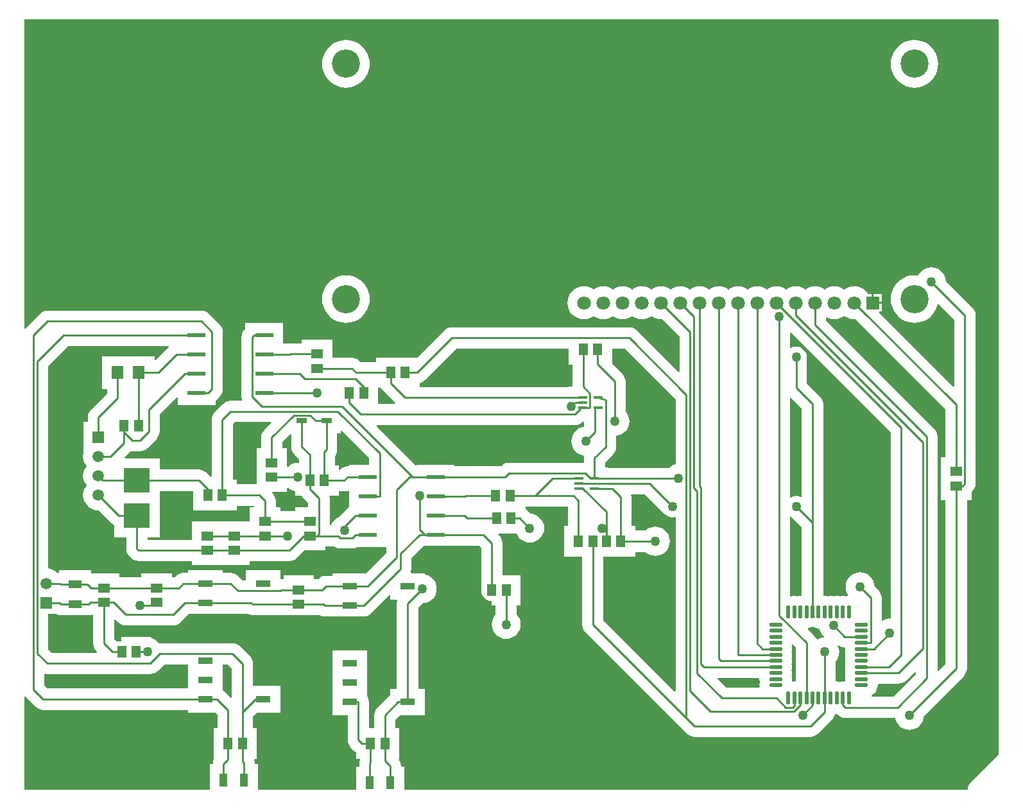
<source format=gtl>
G04 Layer_Physical_Order=1*
G04 Layer_Color=255*
%FSLAX25Y25*%
%MOIN*%
G70*
G01*
G75*
%ADD10R,0.05118X0.05906*%
%ADD11R,0.06299X0.07087*%
%ADD12R,0.09650X0.02400*%
%ADD13R,0.04600X0.01400*%
%ADD14R,0.05906X0.05118*%
%ADD15R,0.05300X0.02800*%
%ADD16R,0.13386X0.12795*%
%ADD17R,0.04331X0.06693*%
%ADD18R,0.06693X0.04331*%
%ADD19R,0.07700X0.03800*%
%ADD20O,0.02165X0.06890*%
%ADD21O,0.06890X0.02165*%
%ADD22C,0.01000*%
%ADD23R,0.07087X0.07087*%
%ADD24C,0.07087*%
%ADD25C,0.14630*%
%ADD26R,0.05906X0.05906*%
%ADD27C,0.05906*%
%ADD28C,0.05000*%
G36*
X549853Y285779D02*
Y189164D01*
X549482Y188828D01*
X549400Y188836D01*
X547930Y188691D01*
X546516Y188263D01*
X545676Y187814D01*
X545248Y188071D01*
Y199700D01*
X545248Y199700D01*
X545058Y201136D01*
X544504Y202474D01*
X543623Y203623D01*
X543623Y203623D01*
X541603Y205643D01*
X541492Y206770D01*
X541063Y208184D01*
X540366Y209487D01*
X539429Y210629D01*
X538287Y211566D01*
X536984Y212263D01*
X535570Y212691D01*
X534100Y212836D01*
X532630Y212691D01*
X531216Y212263D01*
X529913Y211566D01*
X528771Y210629D01*
X527834Y209487D01*
X527137Y208184D01*
X526709Y206770D01*
X526564Y205300D01*
X526709Y203830D01*
X527137Y202416D01*
X527800Y201177D01*
X527680Y200742D01*
X527646Y200659D01*
X527056Y200601D01*
X526673Y200485D01*
X526291Y200601D01*
X525098Y200718D01*
X523906Y200601D01*
X523524Y200485D01*
X523141Y200601D01*
X521949Y200718D01*
X520756Y200601D01*
X520374Y200485D01*
X519992Y200601D01*
X518799Y200718D01*
X517607Y200601D01*
X517224Y200485D01*
X516842Y200601D01*
X515650Y200718D01*
X515268Y200681D01*
X514898Y201016D01*
Y238550D01*
Y300200D01*
X514709Y301636D01*
X514155Y302974D01*
X513273Y304123D01*
X506448Y310948D01*
Y324500D01*
X506258Y325936D01*
X505704Y327274D01*
X504823Y328423D01*
X503674Y329304D01*
X502336Y329858D01*
X500900Y330047D01*
X499464Y329858D01*
X498126Y329304D01*
X497996Y329204D01*
X497547Y329425D01*
Y337430D01*
X498009Y337622D01*
X549853Y285779D01*
D02*
G37*
G36*
X510161Y184235D02*
X511308Y183887D01*
X512500Y183770D01*
X512817Y183801D01*
X513237Y182416D01*
X513934Y181113D01*
X514871Y179971D01*
X515425Y179517D01*
X515268Y178999D01*
X514179Y178892D01*
X512766Y178463D01*
X511868Y177983D01*
X511305Y178249D01*
X511005Y178973D01*
X510123Y180122D01*
X510123Y180122D01*
X506864Y183381D01*
X507033Y183852D01*
X507393Y183887D01*
X508540Y184235D01*
X509350Y184668D01*
X510161Y184235D01*
D02*
G37*
G36*
X116341Y191381D02*
X117679Y190827D01*
X119115Y190638D01*
X133200D01*
X134636Y190827D01*
X135297Y191100D01*
X135712Y190823D01*
Y176000D01*
X135901Y174564D01*
X136456Y173226D01*
X137337Y172077D01*
X137805Y171609D01*
X137614Y171148D01*
X114298D01*
X112347Y173098D01*
Y191453D01*
X116248D01*
X116341Y191381D01*
D02*
G37*
G36*
X290170Y200971D02*
Y198600D01*
X293395D01*
X293613Y198275D01*
X293654Y198100D01*
X293472Y196720D01*
Y152400D01*
X290170D01*
Y149415D01*
X283337Y142582D01*
X282456Y141434D01*
X281901Y140096D01*
X281712Y138660D01*
Y131953D01*
X278947D01*
Y145500D01*
X278758Y146936D01*
X278204Y148274D01*
X277870Y148710D01*
Y152400D01*
Y158600D01*
Y172400D01*
X260170D01*
Y158600D01*
Y148600D01*
Y138600D01*
X267852D01*
Y126000D01*
X268042Y124564D01*
X268596Y123226D01*
X269477Y122077D01*
X271477Y120077D01*
X271477Y120077D01*
X272221Y119507D01*
Y116047D01*
X274232D01*
Y115288D01*
X274086Y114936D01*
X273897Y113500D01*
Y111846D01*
X272279D01*
Y100000D01*
X221240D01*
Y113347D01*
X219622D01*
Y114000D01*
X219433Y115436D01*
X219352Y115631D01*
X219630Y116047D01*
X220819D01*
Y131953D01*
X218807D01*
Y137962D01*
X220945Y140100D01*
X232870D01*
Y153900D01*
X218807D01*
Y165340D01*
X218618Y166776D01*
X218064Y168114D01*
X217182Y169263D01*
X211923Y174523D01*
X210774Y175404D01*
X209436Y175958D01*
X208000Y176147D01*
X170300D01*
X170300Y176147D01*
X170019Y176110D01*
X169429Y176829D01*
X168287Y177766D01*
X166984Y178463D01*
X165570Y178892D01*
X165559Y178893D01*
Y179453D01*
X150441D01*
Y177048D01*
X148058D01*
X146807Y178298D01*
Y188239D01*
X147269Y188431D01*
X148777Y186923D01*
X148777Y186923D01*
X149926Y186041D01*
X151264Y185487D01*
X152700Y185298D01*
X177245D01*
X178681Y185487D01*
X180019Y186041D01*
X181168Y186923D01*
X185698Y191453D01*
X215774D01*
X217104Y190901D01*
X218540Y190712D01*
X253264D01*
X253286Y190696D01*
X254624Y190142D01*
X256060Y189953D01*
X256060Y189953D01*
X276200D01*
X277636Y190142D01*
X278974Y190696D01*
X280123Y191577D01*
X289708Y201162D01*
X290170Y200971D01*
D02*
G37*
G36*
X187701Y245047D02*
X210299D01*
Y247452D01*
X219453D01*
Y246799D01*
X217047D01*
Y239760D01*
X216953Y239299D01*
X187047D01*
Y229807D01*
X164048D01*
Y230949D01*
X170193D01*
Y249256D01*
Y255106D01*
X187701D01*
Y245047D01*
D02*
G37*
G36*
X432677Y243077D02*
X433826Y242196D01*
X435164Y241642D01*
X436600Y241453D01*
X437752Y241604D01*
X438252Y241233D01*
Y151246D01*
X437791Y151055D01*
X400788Y188058D01*
Y221047D01*
X417299D01*
Y223452D01*
X422637D01*
X423513Y222734D01*
X424816Y222037D01*
X426230Y221608D01*
X427700Y221464D01*
X429170Y221608D01*
X430584Y222037D01*
X431887Y222734D01*
X433029Y223671D01*
X433966Y224813D01*
X434663Y226116D01*
X435091Y227530D01*
X435236Y229000D01*
X435091Y230470D01*
X434663Y231884D01*
X433966Y233187D01*
X433029Y234329D01*
X431887Y235266D01*
X430584Y235963D01*
X429170Y236391D01*
X427700Y236536D01*
X426230Y236391D01*
X424816Y235963D01*
X423513Y235266D01*
X422637Y234547D01*
X417299D01*
Y236953D01*
X415288D01*
Y252000D01*
X415162Y252953D01*
X415601Y253452D01*
X422302D01*
X432677Y243077D01*
D02*
G37*
G36*
X503803Y236252D02*
Y201016D01*
X503433Y200681D01*
X503051Y200718D01*
X501859Y200601D01*
X501476Y200485D01*
X501094Y200601D01*
X499902Y200718D01*
X498709Y200601D01*
X498327Y200485D01*
X497944Y200601D01*
X497547Y200640D01*
Y241854D01*
X498009Y242045D01*
X503803Y236252D01*
D02*
G37*
G36*
X185170Y160100D02*
Y152548D01*
X112098D01*
X110347Y154298D01*
Y159833D01*
X110847Y160204D01*
X112000Y160053D01*
X165300D01*
X166736Y160242D01*
X168074Y160796D01*
X169223Y161677D01*
X172598Y165052D01*
X185170D01*
Y160100D01*
D02*
G37*
G36*
X207712Y163042D02*
Y147786D01*
X207250Y147595D01*
X203923Y150923D01*
X202870Y151731D01*
Y153900D01*
Y160100D01*
Y165052D01*
X205702D01*
X207712Y163042D01*
D02*
G37*
G36*
X606039Y499624D02*
X605957Y499000D01*
Y118089D01*
X591434Y103566D01*
X590632Y102522D01*
X590129Y101305D01*
X589957Y100000D01*
X297240D01*
Y111846D01*
X295622D01*
Y112300D01*
X295433Y113736D01*
X294879Y115074D01*
X294476Y115599D01*
X294697Y116047D01*
X294819D01*
Y131953D01*
X292807D01*
Y136362D01*
X295045Y138600D01*
X307870D01*
Y152400D01*
X304567D01*
Y194422D01*
X306986Y196841D01*
X308114Y196952D01*
X309527Y197381D01*
X310830Y198077D01*
X311972Y199014D01*
X312909Y200156D01*
X313606Y201459D01*
X314035Y202873D01*
X314179Y204343D01*
X314035Y205814D01*
X313606Y207227D01*
X312909Y208530D01*
X311972Y209672D01*
X310830Y210609D01*
X309527Y211306D01*
X308114Y211735D01*
X307870Y211759D01*
Y212400D01*
X300936D01*
X300636Y212900D01*
X300808Y213313D01*
X300997Y214749D01*
X300997Y214749D01*
Y220316D01*
X307480Y226799D01*
X308000D01*
X308000Y226799D01*
X308000Y226799D01*
X336116D01*
X337212Y225702D01*
Y203500D01*
X337401Y202064D01*
X337956Y200726D01*
X338837Y199577D01*
X339986Y198696D01*
X341324Y198142D01*
X342681Y197963D01*
Y195547D01*
X344693D01*
Y190863D01*
X343974Y189987D01*
X343278Y188684D01*
X342849Y187270D01*
X342704Y185800D01*
X342849Y184330D01*
X343278Y182916D01*
X343974Y181613D01*
X344911Y180471D01*
X346053Y179534D01*
X347356Y178837D01*
X348770Y178409D01*
X350240Y178264D01*
X351711Y178409D01*
X353124Y178837D01*
X354427Y179534D01*
X355569Y180471D01*
X356506Y181613D01*
X357203Y182916D01*
X357632Y184330D01*
X357776Y185800D01*
X357632Y187270D01*
X357203Y188684D01*
X356506Y189987D01*
X355788Y190863D01*
Y195547D01*
X357799D01*
Y211453D01*
X348307D01*
Y228000D01*
X348307Y228000D01*
X348118Y229436D01*
X347564Y230774D01*
X346683Y231923D01*
X346020Y232585D01*
X346211Y233047D01*
X355498D01*
X355537Y232916D01*
X356234Y231613D01*
X357171Y230471D01*
X358313Y229534D01*
X359616Y228837D01*
X361030Y228409D01*
X362500Y228264D01*
X363970Y228409D01*
X365384Y228837D01*
X366687Y229534D01*
X367829Y230471D01*
X368766Y231613D01*
X369463Y232916D01*
X369892Y234330D01*
X370036Y235800D01*
X369892Y237270D01*
X369463Y238684D01*
X368766Y239987D01*
X367829Y241129D01*
X366687Y242066D01*
X365384Y242763D01*
X363970Y243192D01*
X362843Y243302D01*
X361223Y244923D01*
X360299Y245631D01*
Y246953D01*
X382212D01*
Y236953D01*
X380201D01*
Y221047D01*
X389693D01*
Y185760D01*
X389882Y184324D01*
X390436Y182986D01*
X391318Y181837D01*
X439877Y133277D01*
X439877Y133277D01*
X444077Y129077D01*
X444077Y129077D01*
X445226Y128196D01*
X446564Y127642D01*
X448000Y127453D01*
X448000Y127453D01*
X508233D01*
X509669Y127642D01*
X511007Y128196D01*
X512156Y129077D01*
X519572Y136494D01*
X519572Y136494D01*
X520454Y137643D01*
X521008Y138981D01*
X521059Y139369D01*
X521949Y139282D01*
X521969Y139284D01*
X522376Y138877D01*
X522376Y138877D01*
X523525Y137996D01*
X524863Y137442D01*
X526298Y137252D01*
X526299Y137252D01*
X552306D01*
X552309Y137230D01*
X552737Y135816D01*
X553434Y134513D01*
X554371Y133371D01*
X555513Y132434D01*
X556816Y131737D01*
X558230Y131308D01*
X559700Y131164D01*
X561170Y131308D01*
X562584Y131737D01*
X563887Y132434D01*
X565029Y133371D01*
X565966Y134513D01*
X566663Y135816D01*
X567092Y137230D01*
X567203Y138357D01*
X587923Y159077D01*
X588804Y160226D01*
X589358Y161564D01*
X589547Y163000D01*
X589547Y163000D01*
Y250201D01*
X591953D01*
Y254608D01*
X592423Y255077D01*
X592423Y255077D01*
X593304Y256226D01*
X593858Y257564D01*
X594047Y259000D01*
X594047Y259000D01*
Y346300D01*
X594047Y346300D01*
X593858Y347736D01*
X593304Y349074D01*
X592423Y350223D01*
X592423Y350223D01*
X578603Y364043D01*
X578491Y365170D01*
X578063Y366584D01*
X577366Y367887D01*
X576429Y369029D01*
X575287Y369966D01*
X573984Y370663D01*
X572570Y371092D01*
X571100Y371236D01*
X569630Y371092D01*
X568216Y370663D01*
X566913Y369966D01*
X565771Y369029D01*
X564834Y367887D01*
X564344Y366970D01*
X564236Y366996D01*
X562303Y367148D01*
X560371Y366996D01*
X558486Y366544D01*
X556695Y365802D01*
X555042Y364789D01*
X553568Y363530D01*
X552309Y362056D01*
X551297Y360403D01*
X550555Y358612D01*
X550102Y356728D01*
X549950Y354795D01*
X550102Y352863D01*
X550555Y350978D01*
X551297Y349187D01*
X552309Y347534D01*
X553568Y346060D01*
X555042Y344801D01*
X556695Y343789D01*
X558486Y343047D01*
X560371Y342594D01*
X562303Y342442D01*
X564236Y342594D01*
X566120Y343047D01*
X567911Y343789D01*
X569564Y344801D01*
X571038Y346060D01*
X572297Y347534D01*
X573310Y349187D01*
X574052Y350978D01*
X574305Y352033D01*
X574786Y352169D01*
X582952Y344002D01*
Y309377D01*
X582491Y309186D01*
X543855Y347822D01*
X544046Y348284D01*
X545193D01*
Y352327D01*
X540650D01*
Y352827D01*
X540150D01*
Y357370D01*
X538263D01*
X538142Y357596D01*
X537074Y358897D01*
X535773Y359965D01*
X534289Y360758D01*
X532679Y361246D01*
X531004Y361411D01*
X529329Y361246D01*
X527719Y360758D01*
X526235Y359965D01*
X525827Y359630D01*
X525419Y359965D01*
X523935Y360758D01*
X522324Y361246D01*
X520650Y361411D01*
X518975Y361246D01*
X517364Y360758D01*
X515880Y359965D01*
X515650Y359775D01*
X515419Y359965D01*
X513935Y360758D01*
X512324Y361246D01*
X510650Y361411D01*
X508975Y361246D01*
X507364Y360758D01*
X505880Y359965D01*
X505650Y359775D01*
X505419Y359965D01*
X503935Y360758D01*
X502324Y361246D01*
X500650Y361411D01*
X498975Y361246D01*
X497364Y360758D01*
X495880Y359965D01*
X495650Y359775D01*
X495419Y359965D01*
X493935Y360758D01*
X492324Y361246D01*
X490650Y361411D01*
X488975Y361246D01*
X487364Y360758D01*
X485880Y359965D01*
X485650Y359775D01*
X485419Y359965D01*
X483935Y360758D01*
X482324Y361246D01*
X480650Y361411D01*
X478975Y361246D01*
X477364Y360758D01*
X475880Y359965D01*
X475650Y359775D01*
X475419Y359965D01*
X473935Y360758D01*
X472324Y361246D01*
X470650Y361411D01*
X468975Y361246D01*
X467364Y360758D01*
X465880Y359965D01*
X465650Y359775D01*
X465419Y359965D01*
X463935Y360758D01*
X462324Y361246D01*
X460650Y361411D01*
X458975Y361246D01*
X457364Y360758D01*
X455880Y359965D01*
X455650Y359775D01*
X455419Y359965D01*
X453935Y360758D01*
X452324Y361246D01*
X450650Y361411D01*
X448975Y361246D01*
X447364Y360758D01*
X445880Y359965D01*
X445650Y359775D01*
X445419Y359965D01*
X443935Y360758D01*
X442324Y361246D01*
X440650Y361411D01*
X438975Y361246D01*
X437364Y360758D01*
X435880Y359965D01*
X435650Y359775D01*
X435419Y359965D01*
X433935Y360758D01*
X432324Y361246D01*
X430650Y361411D01*
X428975Y361246D01*
X427364Y360758D01*
X425880Y359965D01*
X425650Y359775D01*
X425419Y359965D01*
X423935Y360758D01*
X422324Y361246D01*
X420650Y361411D01*
X418975Y361246D01*
X417364Y360758D01*
X415880Y359965D01*
X415650Y359775D01*
X415419Y359965D01*
X413935Y360758D01*
X412324Y361246D01*
X410650Y361411D01*
X408975Y361246D01*
X407364Y360758D01*
X405880Y359965D01*
X405650Y359775D01*
X405419Y359965D01*
X403935Y360758D01*
X402324Y361246D01*
X400650Y361411D01*
X398975Y361246D01*
X397364Y360758D01*
X395880Y359965D01*
X395650Y359775D01*
X395419Y359965D01*
X393935Y360758D01*
X392324Y361246D01*
X390650Y361411D01*
X388975Y361246D01*
X387364Y360758D01*
X385880Y359965D01*
X384579Y358897D01*
X383512Y357596D01*
X382718Y356112D01*
X382230Y354502D01*
X382065Y352827D01*
X382230Y351152D01*
X382718Y349542D01*
X383512Y348057D01*
X384579Y346757D01*
X385880Y345689D01*
X387364Y344896D01*
X388975Y344407D01*
X390650Y344242D01*
X392324Y344407D01*
X393935Y344896D01*
X395419Y345689D01*
X395650Y345878D01*
X395880Y345689D01*
X397364Y344896D01*
X398975Y344407D01*
X400650Y344242D01*
X402324Y344407D01*
X403935Y344896D01*
X405419Y345689D01*
X405650Y345878D01*
X405880Y345689D01*
X407364Y344896D01*
X408975Y344407D01*
X410650Y344242D01*
X412324Y344407D01*
X413935Y344896D01*
X415419Y345689D01*
X415650Y345878D01*
X415880Y345689D01*
X417364Y344896D01*
X418975Y344407D01*
X420650Y344242D01*
X422324Y344407D01*
X423935Y344896D01*
X425419Y345689D01*
X425650Y345878D01*
X425880Y345689D01*
X427364Y344896D01*
X428975Y344407D01*
X430650Y344242D01*
X431323Y344308D01*
X440252Y335379D01*
Y317046D01*
X439791Y316855D01*
X418223Y338423D01*
X417074Y339304D01*
X415736Y339858D01*
X414300Y340048D01*
X322000D01*
X320564Y339858D01*
X319226Y339304D01*
X318077Y338423D01*
X318077Y338423D01*
X304107Y324453D01*
X282701D01*
Y322047D01*
X274558D01*
X273923Y322682D01*
X272774Y323564D01*
X271436Y324118D01*
X270000Y324307D01*
X259953D01*
Y326319D01*
Y333799D01*
X244047D01*
Y331788D01*
X238340D01*
X236904Y331599D01*
X236781Y331547D01*
X234450D01*
Y342200D01*
X214800D01*
Y339345D01*
X214377Y338923D01*
X213496Y337774D01*
X212942Y336436D01*
X212753Y335000D01*
Y304000D01*
X212942Y302564D01*
X213025Y302363D01*
X212747Y301947D01*
X207140D01*
X207140Y301947D01*
X205704Y301758D01*
X204366Y301204D01*
X203218Y300323D01*
X198818Y295923D01*
X197936Y294774D01*
X197382Y293436D01*
X197193Y292000D01*
Y262566D01*
X196731Y262374D01*
X194529Y264576D01*
X193380Y265458D01*
X192042Y266012D01*
X190606Y266201D01*
X170193D01*
Y272051D01*
X152310D01*
X152118Y272513D01*
X155432Y275827D01*
X156000Y275752D01*
X156000Y275752D01*
X160000D01*
X161436Y275942D01*
X162774Y276496D01*
X163923Y277377D01*
X168623Y282077D01*
X168623Y282077D01*
X169504Y283226D01*
X170058Y284564D01*
X170247Y286000D01*
Y294902D01*
X179088Y303743D01*
X179550Y303551D01*
Y299800D01*
X199200D01*
Y301906D01*
X199423Y302077D01*
X201423Y304077D01*
X201423Y304077D01*
X202304Y305226D01*
X202858Y306564D01*
X203047Y308000D01*
X203047Y308000D01*
Y337700D01*
X202858Y339136D01*
X202304Y340474D01*
X201423Y341623D01*
X201423Y341623D01*
X195923Y347123D01*
X194774Y348004D01*
X193436Y348558D01*
X192000Y348747D01*
X112000D01*
X112000Y348747D01*
X110564Y348558D01*
X109226Y348004D01*
X108077Y347123D01*
X108077Y347123D01*
X100877Y339923D01*
X100473Y339396D01*
X100000Y339557D01*
Y500000D01*
X100000Y500000D01*
X605709D01*
X606039Y499624D01*
D02*
G37*
G36*
X100877Y148077D02*
X105877Y143077D01*
X107026Y142196D01*
X108364Y141642D01*
X109800Y141453D01*
X109800Y141453D01*
X185170D01*
Y140100D01*
X199055D01*
X200232Y138923D01*
Y131953D01*
X198221D01*
Y116047D01*
X198221D01*
X198473Y115669D01*
X198086Y114736D01*
X197904Y113347D01*
X196279D01*
Y100000D01*
X100000D01*
Y148443D01*
X100473Y148604D01*
X100877Y148077D01*
D02*
G37*
G36*
X563153Y161154D02*
Y160131D01*
X551369Y148347D01*
X540024D01*
X539898Y148847D01*
X540502Y149170D01*
X541428Y149930D01*
X542188Y150856D01*
X542753Y151913D01*
X543101Y153060D01*
X543218Y154252D01*
X543181Y154633D01*
X543516Y155004D01*
X554051D01*
X555487Y155193D01*
X556825Y155747D01*
X557974Y156629D01*
X562691Y161345D01*
X563153Y161154D01*
D02*
G37*
G36*
X500653Y173901D02*
Y156528D01*
X500283Y156193D01*
X499902Y156230D01*
X499106Y156152D01*
X498652Y156606D01*
X498730Y157402D01*
X498613Y158594D01*
X498497Y158976D01*
X498613Y159359D01*
X498730Y160551D01*
X498613Y161744D01*
X498497Y162126D01*
X498613Y162508D01*
X498730Y163701D01*
X498613Y164893D01*
X498497Y165276D01*
X498613Y165658D01*
X498730Y166850D01*
X498613Y168043D01*
X498497Y168425D01*
X498613Y168808D01*
X498730Y170000D01*
X498613Y171192D01*
X498497Y171575D01*
X498613Y171957D01*
X498730Y173150D01*
X498613Y174342D01*
X498497Y174724D01*
X498613Y175107D01*
X498630Y175285D01*
X499101Y175453D01*
X500653Y173901D01*
D02*
G37*
G36*
X523278Y174645D02*
X524615Y174090D01*
X526051Y173901D01*
X526306Y173515D01*
X526270Y173150D01*
X526387Y171957D01*
X526503Y171575D01*
X526387Y171192D01*
X526270Y170000D01*
X526387Y168808D01*
X526503Y168425D01*
X526387Y168043D01*
X526270Y166850D01*
X526387Y165658D01*
X526503Y165276D01*
X526387Y164893D01*
X526270Y163701D01*
X526387Y162508D01*
X526503Y162126D01*
X526387Y161744D01*
X526270Y160551D01*
X526387Y159359D01*
X526503Y158976D01*
X526387Y158594D01*
X526270Y157402D01*
X526348Y156606D01*
X525894Y156152D01*
X525098Y156230D01*
X523906Y156113D01*
X523524Y155997D01*
X523141Y156113D01*
X521949Y156230D01*
X521567Y156193D01*
X521197Y156528D01*
Y166437D01*
X521916Y167313D01*
X522612Y168616D01*
X523041Y170030D01*
X523186Y171500D01*
X523041Y172970D01*
X522612Y174384D01*
X522485Y174623D01*
X522875Y174954D01*
X523278Y174645D01*
D02*
G37*
G36*
X481819Y157783D02*
X481782Y157402D01*
X481899Y156209D01*
X482015Y155827D01*
X481899Y155444D01*
X481782Y154252D01*
X481851Y153548D01*
X481398Y153048D01*
X464498D01*
X459854Y157691D01*
X460045Y158153D01*
X481484D01*
X481819Y157783D01*
D02*
G37*
G36*
X268550Y255112D02*
Y246632D01*
X268077Y246269D01*
X268077Y246269D01*
X263595Y241787D01*
X263516Y241763D01*
X262213Y241066D01*
X261071Y240129D01*
X260134Y238987D01*
X259437Y237684D01*
X259323Y237307D01*
X258547D01*
Y251200D01*
X258547Y251200D01*
X258420Y252171D01*
X258749Y252547D01*
X263299D01*
Y254953D01*
X266100D01*
X267536Y255142D01*
X268134Y255389D01*
X268550Y255112D01*
D02*
G37*
G36*
X285456Y308326D02*
X286337Y307177D01*
X292666Y300848D01*
X292475Y300387D01*
X283799D01*
Y308547D01*
X285364D01*
X285456Y308326D01*
D02*
G37*
G36*
X238602Y284450D02*
Y278010D01*
X238792Y276574D01*
X239346Y275236D01*
X240227Y274087D01*
X242712Y271602D01*
Y270112D01*
X242342Y269776D01*
X242140Y269796D01*
X240670Y269651D01*
X239256Y269222D01*
X237953Y268526D01*
X237077Y267807D01*
X236453D01*
Y277299D01*
X234048D01*
Y280602D01*
X238103Y284657D01*
X238602Y284450D01*
D02*
G37*
G36*
X382701Y320547D02*
X384712D01*
Y309259D01*
X382600D01*
Y309106D01*
X305299D01*
Y311124D01*
X305436Y311142D01*
X306774Y311696D01*
X307923Y312577D01*
X324298Y328953D01*
X382701D01*
Y320547D01*
D02*
G37*
G36*
X526235Y345689D02*
X527719Y344896D01*
X529329Y344407D01*
X531004Y344242D01*
X531677Y344308D01*
X578452Y297533D01*
Y272799D01*
X576047D01*
Y257681D01*
Y250201D01*
X578452D01*
Y165298D01*
X574709Y161555D01*
X574248Y161746D01*
Y283400D01*
X574058Y284836D01*
X573504Y286174D01*
X572623Y287323D01*
X572623Y287323D01*
X516197Y343748D01*
Y345033D01*
X516626Y345290D01*
X517364Y344896D01*
X518975Y344407D01*
X520650Y344242D01*
X522324Y344407D01*
X523935Y344896D01*
X525419Y345689D01*
X525827Y346024D01*
X526235Y345689D01*
D02*
G37*
G36*
X175251Y329979D02*
X175177Y329923D01*
X168123Y322869D01*
X167661Y323060D01*
Y325043D01*
X140339D01*
Y307957D01*
X142941D01*
Y305586D01*
X134577Y297223D01*
X133696Y296074D01*
X133142Y294736D01*
X132952Y293300D01*
Y290953D01*
X130547D01*
Y275047D01*
X130547D01*
X130674Y274876D01*
X130661Y274547D01*
X130509Y273000D01*
X130662Y271441D01*
X131117Y269942D01*
X131855Y268560D01*
X132315Y268000D01*
X131855Y267440D01*
X131117Y266058D01*
X130662Y264559D01*
X130509Y263000D01*
X130662Y261441D01*
X131117Y259942D01*
X131855Y258560D01*
X132315Y258000D01*
X131855Y257440D01*
X131117Y256058D01*
X130662Y254559D01*
X130509Y253000D01*
X130662Y251441D01*
X131117Y249942D01*
X131855Y248560D01*
X132849Y247349D01*
X134060Y246356D01*
X135442Y245617D01*
X136941Y245162D01*
X138500Y245009D01*
X138633Y245022D01*
X145231Y238424D01*
X145231Y238424D01*
X146380Y237542D01*
X146807Y237365D01*
Y230949D01*
X152953D01*
Y225100D01*
X153142Y223664D01*
X153696Y222326D01*
X154577Y221177D01*
X155418Y220337D01*
X156567Y219456D01*
X157904Y218901D01*
X159340Y218712D01*
X187047D01*
Y216701D01*
X216953D01*
Y218712D01*
X237592D01*
X239028Y218901D01*
X240366Y219456D01*
X241515Y220337D01*
X245378Y224201D01*
X256453D01*
Y226212D01*
X261002D01*
X261292Y225990D01*
X262630Y225436D01*
X264066Y225247D01*
X270395D01*
X271830Y225436D01*
X273168Y225990D01*
X273372Y226146D01*
X287902D01*
Y222991D01*
X277311Y212400D01*
X260170D01*
Y211048D01*
X256560D01*
X255124Y210858D01*
X253786Y210304D01*
X252637Y209423D01*
X252637Y209423D01*
X252502Y209288D01*
X250453D01*
Y211299D01*
X234547D01*
Y209288D01*
X233440D01*
X233440Y209288D01*
X233245Y209262D01*
X232870Y209592D01*
Y213900D01*
X215170D01*
Y208748D01*
X213198D01*
X211023Y210923D01*
X209874Y211804D01*
X208536Y212358D01*
X207100Y212547D01*
X202870D01*
Y213900D01*
X185170D01*
Y212547D01*
X182460D01*
X181024Y212358D01*
X179686Y211804D01*
X178537Y210923D01*
X177902Y210288D01*
X176713D01*
Y212299D01*
X160807D01*
Y210288D01*
X149213D01*
Y212299D01*
X134606D01*
Y213980D01*
X117913D01*
Y212547D01*
X116995D01*
X116910Y212651D01*
X115700Y213645D01*
X114318Y214383D01*
X112819Y214838D01*
X112347Y214884D01*
Y320002D01*
X122798Y330452D01*
X175090D01*
X175251Y329979D01*
D02*
G37*
G36*
X390753Y291093D02*
Y288343D01*
X390230Y288292D01*
X388816Y287863D01*
X387513Y287166D01*
X386371Y286229D01*
X385434Y285087D01*
X384737Y283784D01*
X384309Y282370D01*
X384164Y280900D01*
X384309Y279430D01*
X384737Y278016D01*
X385434Y276713D01*
X386371Y275571D01*
X387513Y274634D01*
X388816Y273937D01*
X390230Y273509D01*
X390361Y273496D01*
X390671Y273104D01*
X390552Y272200D01*
Y269747D01*
X351600D01*
X351600Y269747D01*
X350164Y269558D01*
X348826Y269004D01*
X347677Y268123D01*
X347677Y268123D01*
X347449Y267894D01*
X323450D01*
Y268546D01*
X303800D01*
X303800Y268546D01*
Y268546D01*
X303365Y268381D01*
X282916Y288830D01*
X283107Y289292D01*
X386000D01*
X387436Y289481D01*
X388774Y290035D01*
X389923Y290916D01*
X390291Y291284D01*
X390753Y291093D01*
D02*
G37*
G36*
X503803Y297902D02*
Y252292D01*
X503303Y251958D01*
X502336Y252358D01*
X500900Y252548D01*
X499464Y252358D01*
X498126Y251804D01*
X497996Y251704D01*
X497547Y251925D01*
Y303504D01*
X498009Y303696D01*
X503803Y297902D01*
D02*
G37*
G36*
X237953Y255994D02*
X239256Y255297D01*
X240670Y254868D01*
X240701Y254865D01*
Y252547D01*
X243931D01*
X244337Y252017D01*
X247452Y248902D01*
Y246799D01*
X240547D01*
Y244788D01*
X232953D01*
Y246799D01*
X230547D01*
Y250000D01*
X230358Y251436D01*
X229804Y252774D01*
X228923Y253923D01*
X228607Y254239D01*
X228798Y254701D01*
X236453D01*
Y256712D01*
X237077D01*
X237953Y255994D01*
D02*
G37*
G36*
X228145Y290391D02*
X224577Y286823D01*
X223696Y285674D01*
X223142Y284336D01*
X222953Y282900D01*
Y277299D01*
X220547D01*
Y262181D01*
Y258547D01*
X210299D01*
Y260953D01*
X208288D01*
Y289702D01*
X209438Y290852D01*
X227954D01*
X228145Y290391D01*
D02*
G37*
G36*
X438252Y302702D02*
Y268946D01*
X436852Y268522D01*
X435549Y267825D01*
X434674Y267107D01*
X403400D01*
Y267259D01*
X401648D01*
Y269902D01*
X405823Y274077D01*
X406704Y275226D01*
X407258Y276564D01*
X407447Y278000D01*
X407447Y278000D01*
Y283792D01*
X408120Y283858D01*
X409534Y284287D01*
X410837Y284984D01*
X411979Y285921D01*
X412916Y287063D01*
X413613Y288366D01*
X414042Y289780D01*
X414186Y291250D01*
X414042Y292720D01*
X413613Y294134D01*
X412916Y295437D01*
X412197Y296313D01*
Y311950D01*
X412008Y313386D01*
X411454Y314724D01*
X410573Y315873D01*
X405299Y321146D01*
Y328953D01*
X412002D01*
X438252Y302702D01*
D02*
G37*
G36*
X279152Y272202D02*
Y268546D01*
X268550D01*
Y267894D01*
X267946D01*
X266511Y267705D01*
X265173Y267151D01*
X264024Y266269D01*
X264024Y266269D01*
X263802Y266048D01*
X263299D01*
Y268453D01*
X261288D01*
Y273258D01*
X261654Y273736D01*
X262208Y275074D01*
X262398Y276510D01*
Y285100D01*
X264500D01*
Y286201D01*
X264962Y286393D01*
X279152Y272202D01*
D02*
G37*
%LPC*%
G36*
X267028Y489196D02*
X265095Y489044D01*
X263210Y488591D01*
X261419Y487849D01*
X259767Y486836D01*
X258293Y485577D01*
X257034Y484103D01*
X256021Y482451D01*
X255279Y480660D01*
X254827Y478775D01*
X254675Y476843D01*
X254827Y474910D01*
X255279Y473025D01*
X256021Y471234D01*
X257034Y469582D01*
X258293Y468108D01*
X259767Y466849D01*
X261419Y465836D01*
X263210Y465094D01*
X265095Y464642D01*
X267028Y464490D01*
X268960Y464642D01*
X270845Y465094D01*
X272636Y465836D01*
X274289Y466849D01*
X275763Y468108D01*
X277021Y469582D01*
X278034Y471234D01*
X278776Y473025D01*
X279228Y474910D01*
X279381Y476843D01*
X279228Y478775D01*
X278776Y480660D01*
X278034Y482451D01*
X277021Y484103D01*
X275763Y485577D01*
X274289Y486836D01*
X272636Y487849D01*
X270845Y488591D01*
X268960Y489044D01*
X267028Y489196D01*
D02*
G37*
G36*
X562303D02*
X560371Y489044D01*
X558486Y488591D01*
X556695Y487849D01*
X555042Y486836D01*
X553568Y485577D01*
X552309Y484103D01*
X551297Y482451D01*
X550555Y480660D01*
X550102Y478775D01*
X549950Y476843D01*
X550102Y474910D01*
X550555Y473025D01*
X551297Y471234D01*
X552309Y469582D01*
X553568Y468108D01*
X555042Y466849D01*
X556695Y465836D01*
X558486Y465094D01*
X560371Y464642D01*
X562303Y464490D01*
X564236Y464642D01*
X566120Y465094D01*
X567911Y465836D01*
X569564Y466849D01*
X571038Y468108D01*
X572297Y469582D01*
X573310Y471234D01*
X574052Y473025D01*
X574504Y474910D01*
X574656Y476843D01*
X574504Y478775D01*
X574052Y480660D01*
X573310Y482451D01*
X572297Y484103D01*
X571038Y485577D01*
X569564Y486836D01*
X567911Y487849D01*
X566120Y488591D01*
X564236Y489044D01*
X562303Y489196D01*
D02*
G37*
G36*
X267028Y367148D02*
X265095Y366996D01*
X263210Y366544D01*
X261419Y365802D01*
X259767Y364789D01*
X258293Y363530D01*
X257034Y362056D01*
X256021Y360403D01*
X255279Y358612D01*
X254827Y356728D01*
X254675Y354795D01*
X254827Y352863D01*
X255279Y350978D01*
X256021Y349187D01*
X257034Y347534D01*
X258293Y346060D01*
X259767Y344801D01*
X261419Y343789D01*
X263210Y343047D01*
X265095Y342594D01*
X267028Y342442D01*
X268960Y342594D01*
X270845Y343047D01*
X272636Y343789D01*
X274289Y344801D01*
X275763Y346060D01*
X277021Y347534D01*
X278034Y349187D01*
X278776Y350978D01*
X279228Y352863D01*
X279381Y354795D01*
X279228Y356728D01*
X278776Y358612D01*
X278034Y360403D01*
X277021Y362056D01*
X275763Y363530D01*
X274289Y364789D01*
X272636Y365802D01*
X270845Y366544D01*
X268960Y366996D01*
X267028Y367148D01*
D02*
G37*
G36*
X545193Y357370D02*
X541150D01*
Y353327D01*
X545193D01*
Y357370D01*
D02*
G37*
%LPD*%
D10*
X276240Y306000D02*
D03*
X268760D02*
D03*
X297740Y316500D02*
D03*
X290260D02*
D03*
X159240Y289000D02*
D03*
X151760D02*
D03*
X397740Y328500D02*
D03*
X390260D02*
D03*
X350240Y203500D02*
D03*
X342760D02*
D03*
X255740Y260500D02*
D03*
X248260D02*
D03*
X395240Y229000D02*
D03*
X387760D02*
D03*
X202740Y253000D02*
D03*
X195260D02*
D03*
X352240Y252500D02*
D03*
X344760D02*
D03*
X409740Y229000D02*
D03*
X402260D02*
D03*
X352740Y241000D02*
D03*
X345260D02*
D03*
X158000Y171500D02*
D03*
X150520D02*
D03*
X287260Y124000D02*
D03*
X279780D02*
D03*
X213260D02*
D03*
X205780D02*
D03*
D11*
X148488Y316500D02*
D03*
X159512D02*
D03*
D12*
X189375Y336000D02*
D03*
Y326000D02*
D03*
Y316000D02*
D03*
Y306000D02*
D03*
X224625D02*
D03*
Y316000D02*
D03*
Y326000D02*
D03*
Y336000D02*
D03*
X278375Y262346D02*
D03*
Y252346D02*
D03*
Y242346D02*
D03*
Y232346D02*
D03*
X313625D02*
D03*
Y242346D02*
D03*
Y252346D02*
D03*
Y262346D02*
D03*
D13*
X389900Y303559D02*
D03*
Y301000D02*
D03*
Y298441D02*
D03*
X398100D02*
D03*
Y303559D02*
D03*
X387900Y261559D02*
D03*
Y259000D02*
D03*
Y256441D02*
D03*
X396100D02*
D03*
Y261559D02*
D03*
D14*
X252000Y318760D02*
D03*
Y326240D02*
D03*
X584000Y265240D02*
D03*
Y257760D02*
D03*
X228500Y262260D02*
D03*
Y269740D02*
D03*
X225000Y239240D02*
D03*
Y231760D02*
D03*
X195000Y231740D02*
D03*
Y224260D02*
D03*
X248500Y239240D02*
D03*
Y231760D02*
D03*
X209000Y231740D02*
D03*
Y224260D02*
D03*
X168760Y204740D02*
D03*
Y197260D02*
D03*
X242500Y203740D02*
D03*
Y196260D02*
D03*
X141260Y204740D02*
D03*
Y197260D02*
D03*
D15*
X244150Y291500D02*
D03*
X256850D02*
D03*
D16*
X158500Y260654D02*
D03*
Y242346D02*
D03*
D17*
X214075Y105000D02*
D03*
X203445D02*
D03*
X290075Y103500D02*
D03*
X279445D02*
D03*
D18*
X126260Y206815D02*
D03*
Y196185D02*
D03*
D19*
X269020Y205500D02*
D03*
Y195500D02*
D03*
Y165500D02*
D03*
Y155500D02*
D03*
Y145500D02*
D03*
X299020D02*
D03*
Y205500D02*
D03*
X194020Y207000D02*
D03*
Y197000D02*
D03*
Y167000D02*
D03*
Y157000D02*
D03*
Y147000D02*
D03*
X224020D02*
D03*
Y207000D02*
D03*
D20*
X496752Y147756D02*
D03*
X499902D02*
D03*
X503051D02*
D03*
X506201D02*
D03*
X509350D02*
D03*
X512500D02*
D03*
X515650D02*
D03*
X518799D02*
D03*
X521949D02*
D03*
X525098D02*
D03*
X528248D02*
D03*
Y192244D02*
D03*
X525098D02*
D03*
X521949D02*
D03*
X518799D02*
D03*
X515650D02*
D03*
X512500D02*
D03*
X509350D02*
D03*
X506201D02*
D03*
X503051D02*
D03*
X499902D02*
D03*
X496752D02*
D03*
D21*
X534744Y154252D02*
D03*
Y157402D02*
D03*
Y160551D02*
D03*
Y163701D02*
D03*
Y166850D02*
D03*
Y170000D02*
D03*
Y173150D02*
D03*
Y176299D02*
D03*
Y179449D02*
D03*
Y182598D02*
D03*
Y185748D02*
D03*
X490256D02*
D03*
Y182598D02*
D03*
Y179449D02*
D03*
Y176299D02*
D03*
Y173150D02*
D03*
Y170000D02*
D03*
Y166850D02*
D03*
Y163701D02*
D03*
Y160551D02*
D03*
Y157402D02*
D03*
Y154252D02*
D03*
D22*
X111260Y197000D02*
X118300D01*
X119115Y196185D01*
X126260D01*
X133200D01*
X134275Y197260D01*
X141260D01*
X242500Y196260D02*
X255300D01*
X256060Y195500D01*
X269020D01*
X194020Y197000D02*
X217800D01*
X218540Y196260D01*
X242500D01*
X279445Y103500D02*
Y113500D01*
X279780Y113835D01*
Y124000D01*
X203445Y105000D02*
Y113300D01*
X205780Y115635D01*
Y124000D01*
X195000Y224260D02*
X209000D01*
X248260Y260500D02*
Y273900D01*
X244150Y278010D02*
X248260Y273900D01*
X244150Y278010D02*
Y291500D01*
X255740Y260500D02*
X266100D01*
X267946Y262346D01*
X278375D01*
X255740Y260500D02*
Y275400D01*
X256850Y276510D01*
Y291500D01*
X195000Y231740D02*
X209000D01*
X225000Y239240D02*
X248500D01*
X313625Y252346D02*
X329100D01*
X329254Y252500D01*
X344760D01*
X313625Y242346D02*
X328700D01*
X330046Y241000D01*
X345260D01*
X159240Y289000D02*
Y302600D01*
X159512Y302872D01*
Y316500D01*
X169600D01*
X179100Y326000D01*
X189375D01*
X252000Y318760D02*
X270000D01*
X272260Y316500D01*
X290260D01*
X224625Y326000D02*
X238100D01*
X238340Y326240D01*
X252000D01*
X111260Y207000D02*
X118600D01*
X118785Y206815D01*
X126260D01*
X132700D01*
X134775Y204740D01*
X141260D01*
X168760D01*
X180200D01*
X182460Y207000D01*
X194020D01*
X207100D01*
X210900Y203200D01*
X232900D01*
X233440Y203740D01*
X242500D01*
X254800D01*
X256560Y205500D01*
X269020D01*
X290075Y103500D02*
Y112300D01*
X287260Y115115D02*
X290075Y112300D01*
X287260Y115115D02*
Y124000D01*
X214075Y105000D02*
Y114000D01*
X213260Y114815D02*
X214075Y114000D01*
X213260Y114815D02*
Y124000D01*
X480650Y176000D02*
Y352827D01*
Y176000D02*
X483500Y173150D01*
X490256D01*
X470700Y170000D02*
X490256D01*
X470650Y170050D02*
X470700Y170000D01*
X470650Y170050D02*
Y352827D01*
X461750Y166850D02*
X490256D01*
X460650Y167950D02*
X461750Y166850D01*
X460650Y167950D02*
Y352827D01*
X209000Y231740D02*
X220449D01*
X220468Y231760D01*
X225000D01*
X158500Y260654D02*
X190606D01*
X195260Y256000D01*
Y253000D02*
Y256000D01*
X141260Y176000D02*
Y197260D01*
Y176000D02*
X145760Y171500D01*
X150520D01*
X213260Y124000D02*
Y140260D01*
X220000Y147000D01*
X224020D01*
X275400Y124000D02*
X279780D01*
X273400Y126000D02*
X275400Y124000D01*
X273400Y126000D02*
Y145500D01*
X269020D02*
X273400D01*
X205780Y124000D02*
Y141220D01*
X200000Y147000D02*
X205780Y141220D01*
X194020Y147000D02*
X200000D01*
X138500Y253000D02*
X149154Y242346D01*
X158500D01*
X342760Y203500D02*
Y228000D01*
X338413Y232346D02*
X342760Y228000D01*
X313625Y232346D02*
X338413D01*
X120500Y336000D02*
X189375D01*
X106800Y322300D02*
X120500Y336000D01*
X106800Y170800D02*
Y322300D01*
Y170800D02*
X112000Y165600D01*
X165300D01*
X170300Y170600D01*
X208000D01*
X213260Y165340D01*
X295449Y222613D02*
X305182Y232346D01*
X295449Y214749D02*
Y222613D01*
X276200Y195500D02*
X295449Y214749D01*
X269020Y195500D02*
X276200D01*
X168760D02*
Y197260D01*
X158000Y171500D02*
X164100D01*
X183400Y197000D02*
X194020D01*
X177245Y190845D02*
X183400Y197000D01*
X152700Y190845D02*
X177245D01*
X146285Y197260D02*
X152700Y190845D01*
X141260Y197260D02*
X146285D01*
X276240Y306000D02*
Y309160D01*
X272000Y313400D02*
X276240Y309160D01*
X245700Y313400D02*
X272000D01*
X243100Y316000D02*
X245700Y313400D01*
X224625Y316000D02*
X243100D01*
X290260Y311100D02*
Y316500D01*
Y311100D02*
X297801Y303559D01*
X389900D01*
X387900Y256441D02*
X390000D01*
X402260Y244181D01*
X350240Y185800D02*
Y203500D01*
X541250Y173150D02*
X549400Y181300D01*
X534744Y173150D02*
X541250D01*
X202740Y253000D02*
X222000D01*
X225000Y250000D01*
Y239240D02*
Y250000D01*
X265000Y298900D02*
X301554Y262346D01*
X223400Y298900D02*
X265000D01*
X218300Y304000D02*
X223400Y298900D01*
X218300Y304000D02*
Y335000D01*
X219300Y336000D01*
X224625D01*
X251200Y291500D02*
X256850D01*
X248300Y294400D02*
X251200Y291500D01*
X240000Y294400D02*
X248300D01*
X228500Y282900D02*
X240000Y294400D01*
X228500Y269740D02*
Y282900D01*
X252000Y231760D02*
X253000Y232760D01*
Y251200D01*
X248260Y255940D02*
X253000Y251200D01*
X248260Y255940D02*
Y260500D01*
X202740Y253000D02*
Y292000D01*
X207140Y296400D01*
X262800D01*
X284700Y274500D01*
Y252346D02*
Y274500D01*
X278375Y252346D02*
X284700D01*
X158500Y225100D02*
Y242346D01*
Y225100D02*
X159340Y224260D01*
X195000D01*
X189375Y306000D02*
X195500D01*
X197500Y308000D01*
Y337700D01*
X192000Y343200D02*
X197500Y337700D01*
X112000Y343200D02*
X192000D01*
X104800Y336000D02*
X112000Y343200D01*
X104800Y152000D02*
Y336000D01*
Y152000D02*
X109800Y147000D01*
X194020D01*
X384100Y298900D02*
X386200Y301000D01*
X268760Y300900D02*
Y306000D01*
Y300900D02*
X274821Y294839D01*
X386000D01*
X388832Y297671D01*
Y298441D02*
X389900D01*
X452900Y163701D02*
X490256D01*
X451339Y165261D02*
X452900Y163701D01*
X451339Y165261D02*
Y257046D01*
X450650Y257736D02*
X451339Y257046D01*
X450650Y257736D02*
Y352827D01*
X499902Y143800D02*
Y147756D01*
X498913Y142811D02*
X499902Y143800D01*
X495389Y142811D02*
X498913D01*
X490700Y147500D02*
X495389Y142811D01*
X462200Y147500D02*
X490700D01*
X449339Y160361D02*
X462200Y147500D01*
X449339Y160361D02*
Y255046D01*
X447800Y256585D02*
X449339Y255046D01*
X447800Y256585D02*
Y345676D01*
X440650Y352827D02*
X447800Y345676D01*
X389900Y298441D02*
X393700D01*
Y305800D01*
X390260Y309240D02*
X393700Y305800D01*
X390260Y309240D02*
Y328500D01*
X534100Y205300D02*
X539700Y199700D01*
Y176299D02*
Y199700D01*
X534744Y176299D02*
X539700D01*
X352240Y252500D02*
X365300D01*
X374359Y261559D01*
X387900D01*
X510650Y341450D02*
Y352827D01*
Y341450D02*
X568700Y283400D01*
Y157834D02*
Y283400D01*
X553666Y142800D02*
X568700Y157834D01*
X526298Y142800D02*
X553666D01*
X525098Y144000D02*
X526298Y142800D01*
X525098Y144000D02*
Y147756D01*
X245092Y231760D02*
X248500D01*
X237592Y224260D02*
X245092Y231760D01*
X209000Y224260D02*
X237592D01*
X263100Y231760D02*
X264066Y230794D01*
X270395D01*
X271947Y232346D01*
X278375D01*
X394000Y261559D02*
X396100D01*
X391359Y264200D02*
X394000Y261559D01*
X351600Y264200D02*
X391359D01*
X349746Y262346D02*
X351600Y264200D01*
X313625Y262346D02*
X349746D01*
X183500Y316000D02*
X189375D01*
X164700Y297200D02*
X183500Y316000D01*
X164700Y286000D02*
Y297200D01*
X160000Y281300D02*
X164700Y286000D01*
X156000Y281300D02*
X160000D01*
X151760Y285540D02*
X156000Y281300D01*
X151760Y285540D02*
Y289000D01*
X571100Y363700D02*
X588500Y346300D01*
Y259000D02*
Y346300D01*
X587260Y257760D02*
X588500Y259000D01*
X584000Y257760D02*
X587260D01*
X500900Y247000D02*
X509350Y238550D01*
X424600Y259000D02*
X436600Y247000D01*
X387900Y259000D02*
X424600D01*
X224625Y306000D02*
X252000D01*
X305200Y235146D02*
X308000Y232346D01*
X313625D01*
X297740Y316500D02*
X304000D01*
X322000Y334500D01*
X414300D01*
X443800Y305000D01*
Y137200D02*
Y305000D01*
Y137200D02*
X448000Y133000D01*
X508233D02*
X515650Y140416D01*
Y147756D01*
X400000Y235800D02*
X402260Y233540D01*
X357300Y241000D02*
X362500Y235800D01*
X352740Y241000D02*
X357300D01*
X305200Y235146D02*
Y252800D01*
X500900Y308650D02*
X509350Y300200D01*
X500900Y308650D02*
Y324500D01*
X386200Y301000D02*
X389900D01*
X225000Y231760D02*
X236700D01*
X266400Y234800D02*
Y236746D01*
X272000Y242346D01*
X278375D01*
X500650Y346350D02*
Y352827D01*
Y346350D02*
X566700Y280300D01*
Y173200D02*
Y280300D01*
X554051Y160551D02*
X566700Y173200D01*
X534744Y160551D02*
X554051D01*
X490650Y352827D02*
X555400Y288076D01*
Y170101D02*
Y288076D01*
X549000Y163701D02*
X555400Y170101D01*
X534744Y163701D02*
X549000D01*
X430650Y352827D02*
X445800Y337676D01*
Y151400D02*
Y337676D01*
Y151400D02*
X456389Y140811D01*
X499811D01*
X503051Y144051D01*
Y147756D01*
X492000Y190400D02*
Y345600D01*
Y190400D02*
X506201Y176199D01*
Y147756D02*
Y176199D01*
X509350Y143850D02*
Y147756D01*
X504200Y138700D02*
X509350Y143850D01*
X559700Y138700D02*
X584000Y163000D01*
Y257760D01*
X138500Y283000D02*
Y293300D01*
X148488Y303288D01*
Y316500D01*
X138500Y273000D02*
X144760D01*
X151760Y280000D01*
X138500Y263000D02*
X140846Y260654D01*
X158500D01*
X387760Y229000D02*
Y250000D01*
X385260Y252500D02*
X387760Y250000D01*
X396100Y256441D02*
X405299D01*
X409740Y252000D01*
Y229000D02*
Y252000D01*
X526051Y179449D02*
X534744D01*
X520200Y185300D02*
X526051Y179449D01*
X409740Y229000D02*
X427700D01*
X396300Y298441D02*
X398100D01*
X391700Y280900D02*
X396300Y285500D01*
X406650Y291250D02*
Y311950D01*
X397740Y320860D02*
X406650Y311950D01*
X397740Y320860D02*
Y328500D01*
X395240Y185760D02*
Y229000D01*
X448000Y133000D02*
X508233D01*
X515650Y147756D02*
Y171500D01*
X293449Y255796D02*
X300000Y262346D01*
X293449Y220693D02*
Y255796D01*
X278256Y205500D02*
X293449Y220693D01*
X269020Y205500D02*
X278256D01*
X398100Y303559D02*
X401900Y302459D01*
Y278000D02*
Y302459D01*
X396100Y272200D02*
X401900Y278000D01*
X396100Y261559D02*
Y272200D01*
Y261559D02*
X439736D01*
X531004Y352827D02*
X584000Y299831D01*
Y265240D02*
Y299831D01*
X294100Y145500D02*
X299020D01*
X287260Y138660D02*
X294100Y145500D01*
X287260Y124000D02*
Y138660D01*
X228500Y262260D02*
X242140D01*
X299020Y196720D02*
X306643Y204343D01*
X299020Y145500D02*
Y196720D01*
X305182Y232346D02*
X308000D01*
X509350Y192244D02*
Y238550D01*
Y300200D01*
X248500Y231760D02*
X252000D01*
X263100D01*
X151760Y280000D02*
Y285540D01*
X365300Y252500D02*
X385260D01*
X402260Y229000D02*
Y233540D01*
Y244181D01*
X388832Y297671D02*
Y298441D01*
X396300Y285500D02*
Y298441D01*
X159900Y195500D02*
X168760D01*
X395240Y185760D02*
X443800Y137200D01*
X300000Y262346D02*
X301554D01*
X313625D01*
X213260Y140260D02*
Y165340D01*
D23*
X540650Y352827D02*
D03*
D24*
X531004D02*
D03*
X520650D02*
D03*
X510650D02*
D03*
X500650D02*
D03*
X490650D02*
D03*
X480650D02*
D03*
X470650D02*
D03*
X460650D02*
D03*
X450650D02*
D03*
X440650D02*
D03*
X430650D02*
D03*
X420650D02*
D03*
X410650D02*
D03*
X400650D02*
D03*
X390650D02*
D03*
D25*
X562303Y354795D02*
D03*
Y476843D02*
D03*
X267028Y354795D02*
D03*
Y476843D02*
D03*
D26*
X111260Y197000D02*
D03*
X138500Y283000D02*
D03*
D27*
X111260Y207000D02*
D03*
X138500Y253000D02*
D03*
Y263000D02*
D03*
Y273000D02*
D03*
D28*
X159900Y195500D02*
D03*
X164100Y171500D02*
D03*
X350240Y185800D02*
D03*
X549400Y181300D02*
D03*
X384100Y298900D02*
D03*
X391700Y280900D02*
D03*
X534100Y205300D02*
D03*
X571100Y363700D02*
D03*
X500900Y247000D02*
D03*
X436600D02*
D03*
X252000Y306000D02*
D03*
X400000Y235800D02*
D03*
X362500D02*
D03*
X305200Y252800D02*
D03*
X500900Y324500D02*
D03*
X236700Y231760D02*
D03*
X266400Y234800D02*
D03*
X492000Y345600D02*
D03*
X504200Y138700D02*
D03*
X559700D02*
D03*
X520200Y185300D02*
D03*
X427700Y229000D02*
D03*
X406650Y291250D02*
D03*
X515650Y171500D02*
D03*
X439736Y261559D02*
D03*
X242140Y262260D02*
D03*
X306643Y204343D02*
D03*
M02*

</source>
